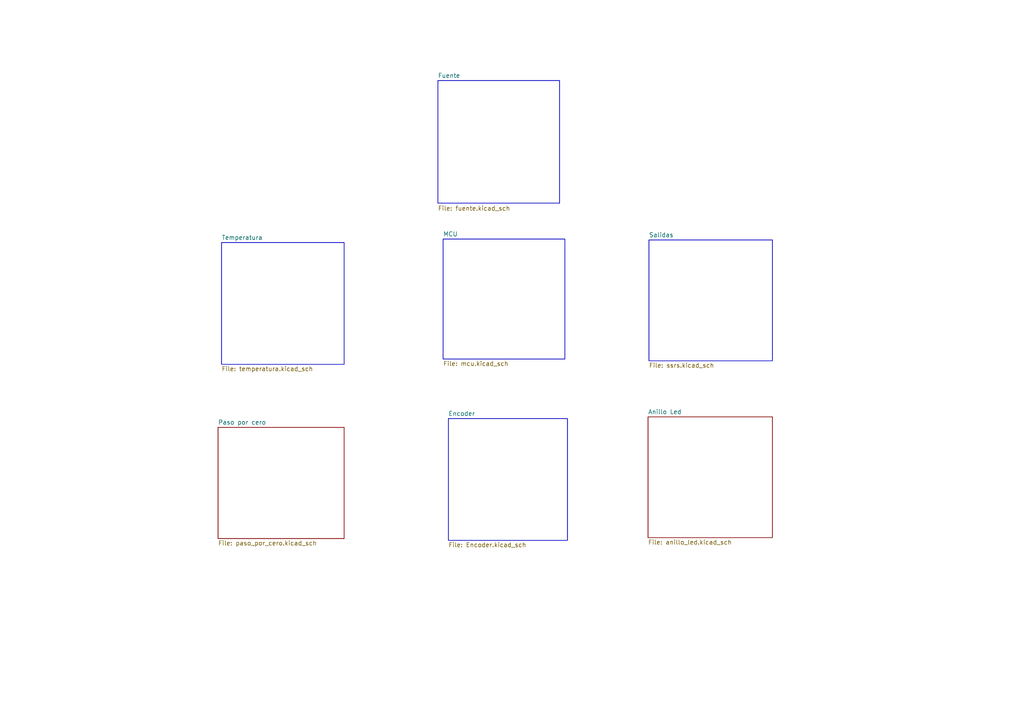
<source format=kicad_sch>
(kicad_sch (version 20230121) (generator eeschema)
  (paper "A4")
  (title_block (title "HOT-PLATE") (rev "1"))
  (lib_symbols)
  (sheet (at 130.048 121.412) (size 34.544 35.306) (stroke (width 0.1524) (color 0 0 194 1))
    (property "Sheetname" "Encoder" (at 130.048 120.7004 0) (effects (justify left bottom)))
    (property "Sheetfile" "Encoder.kicad_sch" (at 130.048 157.3026 0) (effects (justify left top)))
  )
  (sheet (at 63.246 123.952) (size 36.576 32.258) (stroke (width 0.1524))
    (property "Sheetname" "Paso por cero" (at 63.246 123.2404 0) (effects (justify left bottom)))
    (property "Sheetfile" "paso_por_cero.kicad_sch" (at 63.246 156.7946 0) (effects (justify left top)))
  )
  (sheet (at 127 23.368) (size 35.306 35.56) (stroke (width 0.1524) (color 0 0 194 1))
    (property "Sheetname" "Fuente" (at 127 22.6564 0) (effects (justify left bottom)))
    (property "Sheetfile" "fuente.kicad_sch" (at 127 59.69 0) (effects (justify left top)))
  )
  (sheet (at 128.524 69.342) (size 35.306 34.798) (stroke (width 0.1524) (color 0 0 194 1))
    (property "Sheetname" "MCU" (at 128.524 68.6304 0) (effects (justify left bottom)))
    (property "Sheetfile" "mcu.kicad_sch" (at 128.524 104.7246 0) (effects (justify left top)))
  )
  (sheet (at 187.96 120.904) (size 36.068 35.052) (stroke (width 0.1524))
    (property "Sheetname" "Anillo Led" (at 187.96 120.1924 0) (effects (justify left bottom)))
    (property "Sheetfile" "anillo_led.kicad_sch" (at 187.96 156.5406 0) (effects (justify left top)))
  )
  (sheet (at 188.214 69.596) (size 35.814 35.052) (stroke (width 0.1524) (color 0 0 194 1))
    (property "Sheetname" "Salidas" (at 188.214 68.8844 0) (effects (justify left bottom)))
    (property "Sheetfile" "ssrs.kicad_sch" (at 188.214 105.2326 0) (effects (justify left top)))
  )
  (sheet (at 64.262 70.358) (size 35.56 35.306) (stroke (width 0.1524) (color 0 0 194 1))
    (property "Sheetname" "Temperatura" (at 64.262 69.6464 0) (effects (justify left bottom)))
    (property "Sheetfile" "temperatura.kicad_sch" (at 64.262 106.2486 0) (effects (justify left top)))
  )
)
</source>
